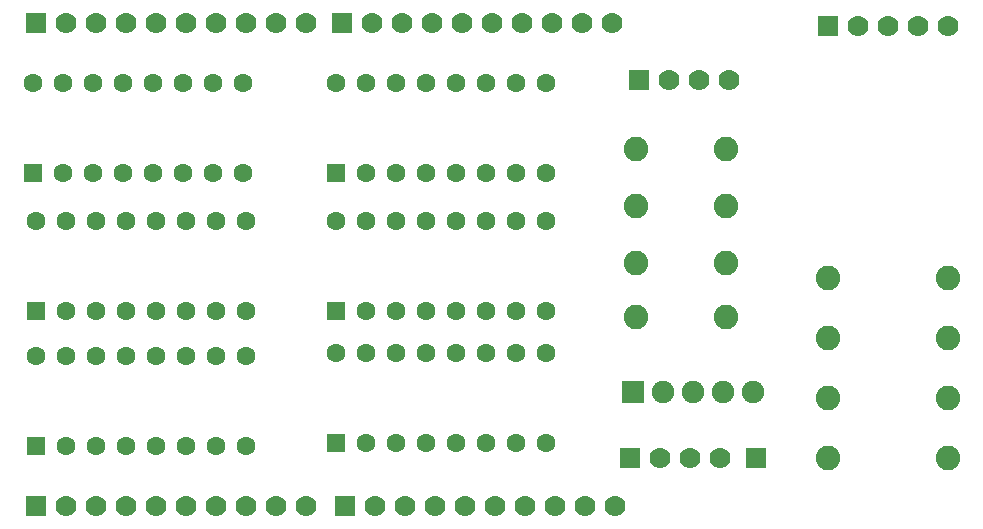
<source format=gts>
G04 ---------------------------- Layer name :TOP SOLDER LAYER*
G04 EasyEDA v5.8.19, Tue, 23 Oct 2018 04:56:52 GMT*
G04 ff24bd7eb87e4772a3a352ded0ffbd4c*
G04 Gerber Generator version 0.2*
G04 Scale: 100 percent, Rotated: No, Reflected: No *
G04 Dimensions in inches *
G04 leading zeros omitted , absolute positions ,2 integer and 4 decimal *
%FSLAX24Y24*%
%MOIN*%
G90*
G70D02*

%ADD24R,0.063000X0.063000*%
%ADD25C,0.063000*%
%ADD26C,0.070000*%
%ADD27R,0.070000X0.070000*%
%ADD28C,0.082000*%
%ADD29R,0.074929X0.074929*%
%ADD30C,0.074929*%

%LPD*%
G54D24*
G01X1500Y12500D03*
G54D25*
G01X2500Y12500D03*
G01X3500Y12500D03*
G01X4500Y12500D03*
G01X5500Y12500D03*
G01X6500Y12500D03*
G01X7500Y12500D03*
G01X8500Y12500D03*
G01X8500Y15500D03*
G01X7500Y15500D03*
G01X6500Y15500D03*
G01X5500Y15500D03*
G01X4500Y15500D03*
G01X3500Y15500D03*
G01X2500Y15500D03*
G01X1500Y15500D03*
G54D24*
G01X1600Y7900D03*
G54D25*
G01X2600Y7900D03*
G01X3600Y7900D03*
G01X4600Y7900D03*
G01X5600Y7900D03*
G01X6600Y7900D03*
G01X7600Y7900D03*
G01X8600Y7900D03*
G01X8600Y10900D03*
G01X7600Y10900D03*
G01X6600Y10900D03*
G01X5600Y10900D03*
G01X4600Y10900D03*
G01X3600Y10900D03*
G01X2600Y10900D03*
G01X1600Y10900D03*
G54D24*
G01X11600Y7900D03*
G54D25*
G01X12600Y7900D03*
G01X13600Y7900D03*
G01X14600Y7900D03*
G01X15600Y7900D03*
G01X16600Y7900D03*
G01X17600Y7900D03*
G01X18600Y7900D03*
G01X18600Y10900D03*
G01X17600Y10900D03*
G01X16600Y10900D03*
G01X15600Y10900D03*
G01X14600Y10900D03*
G01X13600Y10900D03*
G01X12600Y10900D03*
G01X11600Y10900D03*
G54D24*
G01X11600Y3500D03*
G54D25*
G01X12600Y3500D03*
G01X13600Y3500D03*
G01X14600Y3500D03*
G01X15600Y3500D03*
G01X16600Y3500D03*
G01X17600Y3500D03*
G01X18600Y3500D03*
G01X18600Y6500D03*
G01X17600Y6500D03*
G01X16600Y6500D03*
G01X15600Y6500D03*
G01X14600Y6500D03*
G01X13600Y6500D03*
G01X12600Y6500D03*
G01X11600Y6500D03*
G54D24*
G01X11600Y12500D03*
G54D25*
G01X12600Y12500D03*
G01X13600Y12500D03*
G01X14600Y12500D03*
G01X15600Y12500D03*
G01X16600Y12500D03*
G01X17600Y12500D03*
G01X18600Y12500D03*
G01X18600Y15500D03*
G01X17600Y15500D03*
G01X16600Y15500D03*
G01X15600Y15500D03*
G01X14600Y15500D03*
G01X13600Y15500D03*
G01X12600Y15500D03*
G01X11600Y15500D03*
G54D24*
G01X1600Y3400D03*
G54D25*
G01X2600Y3400D03*
G01X3600Y3400D03*
G01X4600Y3400D03*
G01X5600Y3400D03*
G01X6600Y3400D03*
G01X7600Y3400D03*
G01X8600Y3400D03*
G01X8600Y6400D03*
G01X7600Y6400D03*
G01X6600Y6400D03*
G01X5600Y6400D03*
G01X4600Y6400D03*
G01X3600Y6400D03*
G01X2600Y6400D03*
G01X1600Y6400D03*
G54D26*
G01X10600Y17500D03*
G01X9600Y17500D03*
G01X8600Y17500D03*
G01X7600Y17500D03*
G01X6600Y17500D03*
G01X5600Y17500D03*
G01X4600Y17500D03*
G01X3600Y17500D03*
G01X2600Y17500D03*
G54D27*
G01X1600Y17500D03*
G54D26*
G01X20800Y17500D03*
G01X19800Y17500D03*
G01X18800Y17500D03*
G01X17800Y17500D03*
G01X16800Y17500D03*
G01X15800Y17500D03*
G01X14800Y17500D03*
G01X13800Y17500D03*
G01X12800Y17500D03*
G54D27*
G01X11800Y17500D03*
G54D26*
G01X10600Y1400D03*
G01X9600Y1400D03*
G01X8600Y1400D03*
G01X7600Y1400D03*
G01X6600Y1400D03*
G01X5600Y1400D03*
G01X4600Y1400D03*
G01X3600Y1400D03*
G01X2600Y1400D03*
G54D27*
G01X1600Y1400D03*
G54D26*
G01X20900Y1400D03*
G01X19900Y1400D03*
G01X18900Y1400D03*
G01X17900Y1400D03*
G01X16900Y1400D03*
G01X15900Y1400D03*
G01X14900Y1400D03*
G01X13900Y1400D03*
G01X12900Y1400D03*
G54D27*
G01X11900Y1400D03*
G01X25600Y3000D03*
G54D28*
G01X21600Y13300D03*
G01X24600Y13300D03*
G01X21600Y11400D03*
G01X24600Y11400D03*
G01X21600Y9500D03*
G01X24600Y9500D03*
G01X21600Y7700D03*
G01X24600Y7700D03*
G01X28000Y9000D03*
G01X32000Y9000D03*
G01X28000Y7000D03*
G01X32000Y7000D03*
G01X28000Y5000D03*
G01X32000Y5000D03*
G01X28000Y3000D03*
G01X32000Y3000D03*
G54D29*
G01X21500Y5200D03*
G54D30*
G01X22500Y5200D03*
G01X23500Y5200D03*
G01X24500Y5200D03*
G01X25500Y5200D03*
G54D27*
G01X21400Y3000D03*
G54D26*
G01X22400Y3000D03*
G01X23400Y3000D03*
G01X24400Y3000D03*
G54D27*
G01X21700Y15600D03*
G54D26*
G01X22700Y15600D03*
G01X23700Y15600D03*
G01X24700Y15600D03*
G01X32000Y17400D03*
G01X31000Y17400D03*
G01X30000Y17400D03*
G01X29000Y17400D03*
G54D27*
G01X28000Y17400D03*
M00*
M02*

</source>
